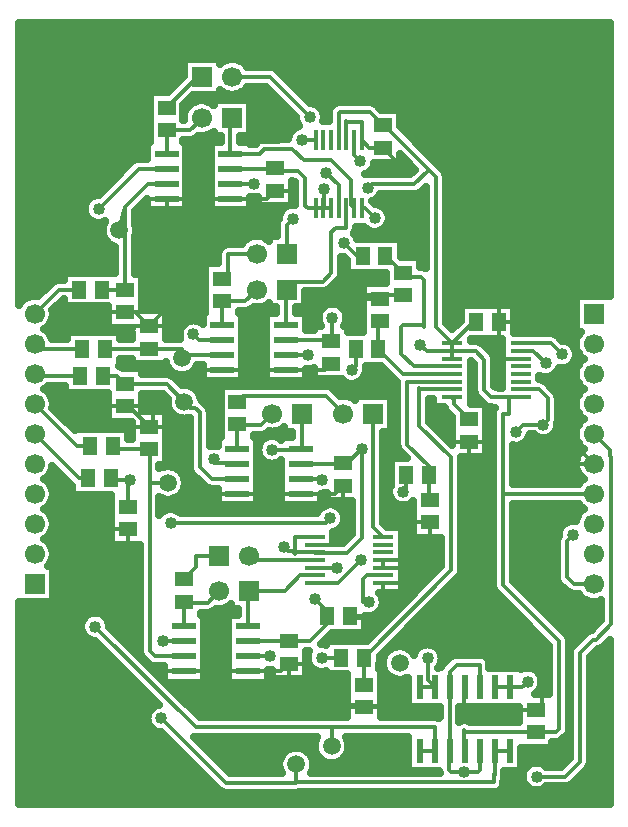
<source format=gbr>
G04 DipTrace 3.0.0.2*
G04 Top.gbr*
%MOMM*%
G04 #@! TF.FileFunction,Copper,L1,Top*
G04 #@! TF.Part,Single*
G04 #@! TA.AperFunction,CopperBalancing*
%ADD13C,0.33*%
%ADD14C,0.635*%
%ADD15R,2.0X0.6*%
%ADD16R,1.3X1.5*%
%ADD17R,1.5X1.3*%
G04 #@! TA.AperFunction,ComponentPad*
%ADD18R,1.7X1.7*%
%ADD19C,1.7*%
%ADD20C,1.5*%
%ADD21R,0.6X2.0*%
%ADD22R,0.4X1.8*%
%ADD23R,1.8X0.4*%
G04 #@! TA.AperFunction,ViaPad*
%ADD24C,1.016*%
%FSLAX35Y35*%
G04*
G71*
G90*
G75*
G01*
G04 Top*
%LPD*%
X2200000Y4290000D2*
D13*
X2030000Y4460000D1*
X2000000D1*
X2200000Y5140000D2*
X2080000Y5260000D1*
X2000000D1*
X3267827Y6288030D2*
X3198797Y6219000D1*
X2890000D1*
X3741933Y4821727D2*
X3689207Y4769000D1*
X3361250D1*
X3846800Y3788030D2*
X3777770Y3719000D1*
X3488923D1*
X3387113Y2281413D2*
X3322073Y2216373D1*
X3037217D1*
X4157980Y5371500D2*
X4187510Y5401030D1*
X4349517D1*
X4872283Y2081447D2*
X4870430Y2079593D1*
Y1892350D1*
X4872053Y1893973D1*
X5474157D1*
X3037217Y2216373D2*
X2497217D1*
X2948923Y3719000D2*
X3488923D1*
X2821250Y4769000D2*
X3144110D1*
X3361250D1*
X4022900Y1915413D2*
X4005340Y1932973D1*
X3521780D1*
X3387113Y2067640D1*
Y2281413D1*
X5162180Y5177247D2*
X5163687Y5175740D1*
Y4864317D1*
X5346720D1*
X5968000Y3973000D2*
X5844217Y4096783D1*
X5464557D1*
X5081677Y4147260D2*
X5068443Y4160493D1*
X4911353D1*
X2200000Y5140000D2*
X2350000Y5290000D1*
Y6219000D1*
X2890000D2*
X2350000D1*
X3144110Y4769000D2*
X3117123Y4795987D1*
Y4820920D1*
X2350000Y5290000D2*
X2353363Y5286637D1*
X2480170D1*
X2200000Y4290000D2*
X2310977D1*
X2346227Y4254750D1*
Y4097693D1*
X2724920Y3719000D1*
X2948923D1*
X5474157Y1893973D2*
X5530063Y1949880D1*
Y2443247D1*
X4911353Y3061957D1*
Y3334083D1*
Y3360417D1*
Y4160493D1*
X4022900Y1915413D2*
X4031770Y1924283D1*
X4186347D1*
Y2380990D1*
X4870827Y3065470D1*
X4907840D1*
X4911353Y3061957D1*
X2497217Y2216373D2*
X2496783Y2215940D1*
X2285263D1*
X2021777Y2479427D1*
Y3421840D1*
X4157980Y5371500D2*
X4125223Y5404257D1*
X3936047D1*
X5321617Y5114593D2*
X5258963Y5177247D1*
X5162180D1*
X2200000Y4290000D2*
X2232727Y4322727D1*
Y4482553D1*
X4876890Y3334083D2*
X4911353D1*
X4569667Y3320917D2*
X4579187Y3330437D1*
Y3481210D1*
X4876890Y3334083D2*
X4903223Y3360417D1*
X4911353D1*
X4183383Y3094343D2*
Y3159343D1*
Y2964343D2*
X4186277Y2967237D1*
X4357933D1*
Y3078277D1*
X4341867Y3094343D1*
X4183383D1*
X3603383Y3289343D2*
X3604737Y3290697D1*
X3817223D1*
X3846800Y3320273D1*
Y3788030D1*
X4569667Y3320917D2*
X4357933Y3109183D1*
Y3078277D1*
X3870697Y6715980D2*
X3871077Y6716360D1*
Y6879937D1*
X3883927Y6867087D1*
X4006017D1*
X4000697Y6861767D1*
Y6715980D1*
X4066073Y6650603D1*
X4179497D1*
X4337703Y6492397D1*
X4357880D1*
X4744900Y6500377D2*
X4788790Y6456487D1*
Y5498913D1*
X4904497Y5383207D1*
X5135910D1*
X5162180Y5356937D1*
Y5177247D1*
X3900410Y2687610D2*
X3920463Y2667557D1*
X4153240D1*
X4183383Y2697700D1*
Y2964343D1*
X4745283Y2081447D2*
Y1541447D1*
X4741913Y1538077D1*
Y1384717D1*
X4761193Y1365437D1*
X4870907D1*
X4986093D1*
X4999283Y1378627D1*
Y1541447D1*
Y2081447D2*
Y2274270D1*
X4805870D1*
X4745283Y2213683D1*
Y2081447D1*
X4871667Y1366197D2*
X4870907Y1365437D1*
X5968000Y4227000D2*
X6103600Y4091400D1*
Y4042623D1*
X6114223Y4032000D1*
Y2614087D1*
X5986770Y2486633D1*
X5960220D1*
X5848697Y2375110D1*
Y1451077D1*
X5724317Y1326697D1*
X5481723D1*
X3371250Y5450000D2*
X3361250Y5440000D1*
Y5150000D1*
X3371250Y5450000D2*
X3438927Y5517677D1*
X3671877D1*
X3742560Y5588360D1*
Y5935350D1*
X3781117Y5973907D1*
X3864653D1*
X3870697Y5979950D1*
Y6135980D1*
X3267827Y6478030D2*
X3262797Y6473000D1*
X2890000D1*
X3741933Y5011727D2*
X3730660Y5023000D1*
X3361250D1*
X3846800Y3978030D2*
X3841770Y3973000D1*
X3488923D1*
X3387113Y2471413D2*
X3386073Y2470373D1*
X3037217D1*
X4766720Y4864317D2*
Y4929317D1*
Y4994317D2*
Y4929317D1*
X5346740Y4539317D2*
X5343283Y4535860D1*
X5234267D1*
X5100330D1*
X5038887Y4597303D1*
Y4856250D1*
X4965820Y4929317D1*
X4766720D1*
X4497300Y4983067D2*
X4551050Y4929317D1*
X4766720D1*
X3741933Y5011727D2*
X3753823Y5023617D1*
Y5211420D1*
X4003417Y4101517D2*
X3879930Y3978030D1*
X3846800D1*
X4766720Y4994317D2*
X4628593Y5132443D1*
Y6404970D1*
X4559443Y6474120D1*
X4192960Y6840603D1*
X4179497D1*
X4766720Y4994317D2*
X4949650Y5177247D1*
X4972180D1*
X3710410Y2687610D2*
Y2620417D1*
X3561407Y2471413D1*
X3387113D1*
X4872283Y1541447D2*
X4870430Y1543300D1*
Y1718853D1*
X4885310Y1703973D1*
X5474157D1*
X5234267Y4535860D2*
X5244807Y4525320D1*
Y4394470D1*
X5196530D1*
Y3719000D1*
Y2948140D1*
X5674477Y2470193D1*
Y1731543D1*
X5646907Y1703973D1*
X5474157D1*
X5968000Y3719000D2*
X5196530D1*
X3603383Y3354343D2*
X3599440Y3358287D1*
X3436127D1*
Y3214790D1*
X3412423Y3238493D1*
X3426573Y3224343D1*
X3603383D1*
X3604620Y3223107D1*
X3879983D1*
X4003417Y3346540D1*
Y4101517D1*
X3740697Y6135980D2*
X3675697D1*
X3610697D1*
X3267827Y6478030D2*
X3290020Y6455837D1*
X3466257D1*
X3524087Y6398007D1*
Y6160253D1*
X3548360Y6135980D1*
X3610697D1*
X4179497Y6840603D2*
X4069477Y6950623D1*
X3986737D1*
X3980313Y6957047D1*
X3819670D1*
X3805697Y6943073D1*
Y6715980D1*
X3346197Y3272017D2*
X3379720Y3238493D1*
X3412423D1*
X3607813Y2830543D2*
X3710410Y2727943D1*
Y2687610D1*
X3675697Y6135980D2*
X3684787Y6145070D1*
Y6297587D1*
X4051697Y6307240D2*
X4085490Y6341037D1*
X4447573D1*
X4559443Y6452907D1*
Y6474120D1*
X5697150Y4899807D2*
X5602640Y4994317D1*
X5346720D1*
X5787813Y3371653D2*
X5739637Y3323477D1*
Y3014563D1*
X5797200Y2957000D1*
X5968000D1*
X4060460Y2801040D2*
X4016583D1*
Y3002227D1*
X4043700Y3029343D1*
X4183383D1*
X3990217Y6533930D2*
X3935697Y6588450D1*
Y6715980D1*
X5559077Y4825460D2*
X5455220Y4929317D1*
X5346720D1*
X3995863Y3157380D2*
X3802827Y2964343D1*
X3603403D1*
X4112543Y6055060D2*
X4031603Y6136000D1*
X4000697D1*
X3700743Y6439857D2*
X3805697Y6334903D1*
Y6135980D1*
X3562640Y6912067D2*
X3224707Y7250000D1*
X2904000D1*
X4183383Y3354343D2*
X4098923Y3438803D1*
Y4400000D1*
X2350000Y6600000D2*
Y6800000D1*
X2550000D1*
X2646000Y6896000D1*
Y6900000D1*
X2350000Y6990000D2*
X2610000Y7250000D1*
X2650000D1*
X2821250Y5350000D2*
Y5150000D1*
X3117250Y5450000D2*
X3017250Y5350000D1*
X2821250D1*
X2900000Y6900000D2*
X2890000Y6890000D1*
Y6600000D1*
X3935697Y6135980D2*
X3909630Y6162047D1*
Y6378730D1*
X3742560Y6545800D1*
X3511233D1*
X3414847Y6642187D1*
X3324887D1*
X3318460Y6635760D1*
X3177097D1*
X3141337Y6600000D1*
X2890000D1*
X4491283Y1541447D2*
X4618283D1*
X1774000Y6132350D2*
X2114650Y6473000D1*
X2350000D1*
X1745380Y2594617D2*
X2596040Y1743957D1*
X3746673D1*
X4618283D1*
Y1541447D1*
X3746673Y1582890D2*
Y1743957D1*
X5126283Y1541447D2*
X5253283D1*
X2322530Y2474117D2*
X2326273Y2470373D1*
X2497217D1*
X2305853Y1818940D2*
X2852320Y1272473D1*
X3447107D1*
Y1276863D1*
X5117920D1*
Y1351863D1*
X5126283Y1343500D1*
Y1541447D1*
X3447107Y1429163D2*
Y1276863D1*
X5253283Y2081447D2*
X5126283D1*
X2948923Y3973000D2*
X2943627Y3978297D1*
X2747217D1*
Y4011093D1*
X5406873Y2129023D2*
X5359297Y2081447D1*
X5253283D1*
X4618283D2*
X4491283D1*
X4618283D2*
X4560057Y2139673D1*
Y2327227D1*
X2577113Y5069693D2*
X2623807Y5023000D1*
X2821250D1*
X2000000Y5450000D2*
X1800000D1*
X2350000Y6346000D2*
X2196000D1*
X2000000Y6150000D1*
Y5450000D1*
X1950000Y5950000D2*
X2000000Y6150000D1*
X1826553Y4944690D2*
X2200000D1*
Y4950000D1*
X2479900D1*
Y4868217D1*
X2507683Y4896000D1*
X2821250D1*
X1232000Y4735000D2*
X1248863Y4718137D1*
X1620620D1*
X1893230Y4123447D2*
X1916677Y4100000D1*
X2200000D1*
X2497217Y2343373D2*
X2253200D1*
X2205403Y2391170D1*
Y3812800D1*
Y4100000D1*
X2200000D1*
X2361393Y3812800D2*
X2205403D1*
X3488923Y4100000D2*
X3498923Y4110000D1*
Y4400000D1*
X3793083Y3087930D2*
X3786670Y3094343D1*
X3603383D1*
X3488923Y4100000D2*
X3481030Y4092107D1*
X3242720D1*
X3047217Y2897373D2*
X3037217Y2887373D1*
Y2597373D1*
X3047217Y2897373D2*
X3350350D1*
X3482320Y3029343D1*
X3603383D1*
X3051217Y3197373D2*
X3089247Y3159343D1*
X3603383D1*
X2948923Y4500000D2*
X2998923Y4550000D1*
X3698923D1*
X3844923Y4404000D1*
Y4400000D1*
X3421273Y6051017D2*
X3367623Y5997367D1*
Y5750780D1*
X3610697Y6715980D2*
X3607383Y6719293D1*
X3498383D1*
X2497217Y2997373D2*
X2597217Y3097373D1*
Y3197373D1*
X2797217D1*
X4349517Y5591030D2*
X4206673Y5733873D1*
X4202147D1*
X4349517Y5591030D2*
X4386337Y5554210D1*
X4504007D1*
X4529710Y5528507D1*
Y5136537D1*
X4516860Y5149387D1*
X4349787D1*
X4336937Y5136537D1*
Y4905210D1*
X4442830Y4799317D1*
X4766720D1*
X4157980Y5181500D2*
X4141650Y5165170D1*
Y4944627D1*
X4351960Y4734317D1*
X4766720D1*
X3663370Y3839673D2*
X3657043Y3846000D1*
X3488923D1*
X4353263Y3739803D2*
X4378937Y3765477D1*
Y3877330D1*
X3037217Y2343373D2*
X3039733Y2345890D1*
X3224450D1*
X3830010Y2333620D2*
X3828240Y2331850D1*
X3661293D1*
X2821250Y5540000D2*
X2871250Y5590000D1*
Y5750780D1*
X3113623D1*
X2948923Y4100000D2*
Y4310000D1*
X2958923Y4300000D1*
X3148923D1*
X3244923Y4396000D1*
Y4400000D1*
X2497217Y2597373D2*
Y2807373D1*
X2507217Y2797373D1*
X2697217D1*
X2793217Y2893373D1*
Y2897373D1*
X4020010Y2333620D2*
X4022900Y2330730D1*
Y2105413D1*
X4020010Y2333620D2*
X4759833Y3073443D1*
Y4027710D1*
X4489950Y4297593D1*
Y4612457D1*
X4498090Y4604317D1*
X4766720D1*
X4579187Y3671210D2*
X4568937Y3681460D1*
Y3877330D1*
X4766720Y4669317D2*
X4765750Y4670287D1*
X4387140D1*
Y4136947D1*
X4568937Y3955150D1*
Y3877330D1*
X2890000Y6346000D2*
X3090153Y6345680D1*
X3850133Y5843920D2*
X3960180Y5733873D1*
X4012147D1*
X3361250Y4896000D2*
X3364247Y4893003D1*
X3549787D1*
X3917263Y4769623D2*
X3951650Y4804010D1*
Y4944627D1*
X1232000Y4481000D2*
X1589553Y4123447D1*
X1703230D1*
X2000000Y4650000D2*
X1931863Y4718137D1*
X1810620D1*
X2000000Y4650000D2*
X2350000D1*
X2500000Y4500000D1*
X2550000Y4450000D1*
X2593310D1*
X2631507Y4411803D1*
Y3945597D1*
X2731103Y3846000D1*
X2948923D1*
X1232000Y4989000D2*
X1276310Y4944690D1*
X1636553D1*
X1232000Y5243000D2*
X1439000Y5450000D1*
X1610000D1*
X1232000Y4227000D2*
X1608637Y3850363D1*
X1685287D1*
X1875287D2*
X1886313Y3839337D1*
X2037793D1*
X2021777Y3823320D1*
Y3611840D1*
X5539610Y4306500D2*
X5577760Y4344650D1*
Y4530943D1*
X5504387Y4604317D1*
X5346720D1*
X5308623Y4244443D2*
X5370680Y4306500D1*
X5539610D1*
X3735893Y3512067D2*
X3695567Y3471743D1*
X2384347D1*
X4911353Y4350493D2*
X4782413Y4479433D1*
Y4517780D1*
X4766720Y4533473D1*
Y4539317D1*
D24*
X3549787Y4893003D3*
X3917263Y4769623D3*
X3663370Y3839673D3*
X3224450Y2345890D3*
X3090153Y6345680D3*
X4353263Y3739803D3*
X3661293Y2331850D3*
X3850133Y5843920D3*
X1774000Y6132350D3*
X1745380Y2594617D3*
X2322530Y2474117D3*
X2305853Y1818940D3*
X2747217Y4011093D3*
X5406873Y2129023D3*
X2577113Y5069693D3*
X4560057Y2327227D3*
X2037793Y3839337D3*
X3753823Y5211420D3*
X4003417Y4101517D3*
X4497300Y4983067D3*
X4060460Y2801040D3*
X3995863Y3157380D3*
X5464557Y4096783D3*
X5081677Y4147260D3*
X5697150Y4899807D3*
X5559077Y4825460D3*
X5787813Y3371653D3*
X3990217Y6533930D3*
X4112543Y6055060D3*
X3117123Y4820920D3*
X2480170Y5286637D3*
X4871667Y1366197D3*
X5481723Y1326697D3*
X3936047Y5404257D3*
X5321617Y5114593D3*
X2232727Y4482553D3*
X3700743Y6439857D3*
X3562640Y6912067D3*
X4569667Y3320917D3*
X4876890Y3334083D3*
X5539610Y4306500D3*
X5308623Y4244443D3*
X2384347Y3471743D3*
X3735893Y3512067D3*
X3242720Y4092107D3*
X3793083Y3087930D3*
X3421273Y6051017D3*
X3498383Y6719293D3*
X3346197Y3272017D3*
X3607813Y2830543D3*
X4357880Y6492397D3*
X4744900Y6500377D3*
X3684787Y6297587D3*
X4051697Y6307240D3*
X4391237Y6011333D3*
X4048887Y1504893D3*
X3324473Y6886247D3*
X1104100Y7639083D2*
D14*
X6095933D1*
X1104100Y7575917D2*
X6095933D1*
X1104100Y7512750D2*
X6095933D1*
X1104100Y7449583D2*
X6095933D1*
X1104100Y7386417D2*
X2491313D1*
X2978033D2*
X6095933D1*
X1104100Y7323250D2*
X2491313D1*
X3271720D2*
X6095933D1*
X1104100Y7260083D2*
X2491313D1*
X3339437D2*
X6095933D1*
X1104100Y7196917D2*
X2432157D1*
X3402563D2*
X6095933D1*
X1104100Y7133750D2*
X2368903D1*
X3008667D2*
X3216107D1*
X3465817D2*
X6095933D1*
X1104100Y7070583D2*
X2201347D1*
X2555360D2*
X3279360D1*
X3528943D2*
X6095933D1*
X1104100Y7007417D2*
X2201347D1*
X2498680D2*
X2531747D1*
X3058647D2*
X3342487D1*
X3638703D2*
X3745190D1*
X4137527D2*
X6095933D1*
X1104100Y6944250D2*
X2201347D1*
X3058647D2*
X3405617D1*
X3682610D2*
X3715680D1*
X4328150D2*
X6095933D1*
X1104100Y6881083D2*
X2201347D1*
X3058647D2*
X3442327D1*
X3682980D2*
X3715530D1*
X4328150D2*
X6095933D1*
X1104100Y6817917D2*
X2201347D1*
X3058647D2*
X3427070D1*
X4340430D2*
X6095933D1*
X1104100Y6754750D2*
X2201347D1*
X2698110D2*
X2741397D1*
X3058647D2*
X3379447D1*
X4403557D2*
X6095933D1*
X1104100Y6691583D2*
X2176420D1*
X2523610D2*
X2716417D1*
X3063607D2*
X3108083D1*
X4466810D2*
X6095933D1*
X1104100Y6628417D2*
X2176420D1*
X2523610D2*
X2716417D1*
X4529937D2*
X6095933D1*
X1104100Y6565250D2*
X2176420D1*
X2523610D2*
X2716417D1*
X4593067D2*
X6095933D1*
X1104100Y6502083D2*
X2018910D1*
X2523610D2*
X2716417D1*
X4110243D2*
X4406733D1*
X4656317D2*
X6095933D1*
X1104100Y6438917D2*
X1955780D1*
X2523610D2*
X2716417D1*
X4066710D2*
X4420623D1*
X4711507D2*
X6095933D1*
X1104100Y6375750D2*
X1892653D1*
X2523610D2*
X2716417D1*
X4718700D2*
X6095933D1*
X1104100Y6312583D2*
X1829400D1*
X2523610D2*
X2716417D1*
X4718700D2*
X6095933D1*
X1104100Y6249417D2*
X1752133D1*
X2523610D2*
X2716417D1*
X4160967D2*
X4538447D1*
X4718700D2*
X6095933D1*
X1104100Y6186250D2*
X1662590D1*
X2523610D2*
X2716417D1*
X3063607D2*
X3119247D1*
X4106150D2*
X4538447D1*
X4718700D2*
X6095933D1*
X1104100Y6123083D2*
X1649940D1*
X2097837D2*
X2176420D1*
X2523610D2*
X2716417D1*
X3063607D2*
X3321403D1*
X4215413D2*
X4538447D1*
X4718700D2*
X6095933D1*
X1104100Y6059917D2*
X1674373D1*
X2090150D2*
X3297220D1*
X4236870D2*
X4538447D1*
X4718700D2*
X6095933D1*
X1104100Y5996750D2*
X1809310D1*
X2090770D2*
X3277500D1*
X4221617D2*
X4538447D1*
X4718700D2*
X6095933D1*
X1104100Y5933583D2*
X1802363D1*
X2097713D2*
X3277500D1*
X3946780D2*
X4538447D1*
X4718700D2*
X6095933D1*
X1104100Y5870417D2*
X1825680D1*
X2090150D2*
X3013080D1*
X4340800D2*
X4538447D1*
X4718700D2*
X6095933D1*
X1104100Y5807250D2*
X1909893D1*
X2090150D2*
X2802987D1*
X4340800D2*
X4538447D1*
X4718700D2*
X6095933D1*
X1104100Y5744083D2*
X1909893D1*
X2090150D2*
X2781157D1*
X4340800D2*
X4538447D1*
X4718700D2*
X6095933D1*
X1104100Y5680917D2*
X1909893D1*
X2090150D2*
X2781157D1*
X3832677D2*
X3873557D1*
X4498187D2*
X4538447D1*
X4718700D2*
X6095933D1*
X1104100Y5617750D2*
X1909893D1*
X2090150D2*
X2672637D1*
X3832677D2*
X3873557D1*
X4718700D2*
X6095933D1*
X1104100Y5554583D2*
X1471347D1*
X2148687D2*
X2672637D1*
X3825607D2*
X4200853D1*
X4718700D2*
X6095933D1*
X1104100Y5491417D2*
X1355633D1*
X2148687D2*
X2672637D1*
X3770417D2*
X4009360D1*
X4718700D2*
X6095933D1*
X1104100Y5428250D2*
X1292503D1*
X2148687D2*
X2672637D1*
X3529937D2*
X4009360D1*
X4718700D2*
X6095933D1*
X2148687Y5365083D2*
X2672637D1*
X3529937D2*
X4009360D1*
X4718700D2*
X5809313D1*
X1415710Y5301917D2*
X1851353D1*
X2148687D2*
X2672637D1*
X3159107D2*
X3212633D1*
X3529937D2*
X3671647D1*
X3836027D2*
X4009360D1*
X4718700D2*
X4833497D1*
X5300867D2*
X5809313D1*
X1390533Y5238750D2*
X1851353D1*
X2348613D2*
X2647583D1*
X2994900D2*
X3187583D1*
X3534897D2*
X3632577D1*
X3875093D2*
X4009360D1*
X4718700D2*
X4833497D1*
X5300867D2*
X5809313D1*
X1374907Y5175583D2*
X1851353D1*
X2348613D2*
X2518477D1*
X2994900D2*
X3187583D1*
X3534897D2*
X3634933D1*
X3872737D2*
X4009360D1*
X4718700D2*
X4823203D1*
X5300867D2*
X5809313D1*
X1327527Y5112417D2*
X2051403D1*
X2348613D2*
X2460680D1*
X2994900D2*
X3187583D1*
X3534897D2*
X3593263D1*
X3890597D2*
X4009360D1*
X5300867D2*
X5809313D1*
X1378253Y5049250D2*
X1497887D1*
X1965133D2*
X2051403D1*
X2348613D2*
X2454480D1*
X2994900D2*
X3187583D1*
X5672567D2*
X5821840D1*
X2994900Y4986083D2*
X3187583D1*
X5033843D2*
X5183120D1*
X2994900Y4922917D2*
X3187583D1*
X5096973D2*
X5183120D1*
X1965133Y4859750D2*
X2051403D1*
X2994900D2*
X3187583D1*
X5128970D2*
X5183120D1*
X5814573D2*
X5874303D1*
X1967613Y4796583D2*
X2350547D1*
X2609187D2*
X2647583D1*
X2994900D2*
X3187583D1*
X4041410D2*
X4164887D1*
X5128970D2*
X5183120D1*
X5760870D2*
X5822337D1*
X2363867Y4733417D2*
X2427940D1*
X2531797D2*
X2647583D1*
X2994900D2*
X3187583D1*
X3534897D2*
X3593263D1*
X4036077D2*
X4228013D1*
X5128970D2*
X5183120D1*
X5639450D2*
X5809313D1*
X2454530Y4670250D2*
X3847140D1*
X3987460D2*
X4291640D1*
X5128970D2*
X5183120D1*
X5562433D2*
X5823823D1*
X1323807Y4607083D2*
X1482013D1*
X2600010D2*
X2800257D1*
X3766697D2*
X4296973D1*
X5626430D2*
X5876287D1*
X1377013Y4543917D2*
X1851353D1*
X2148687D2*
X2331323D1*
X2641680D2*
X2800257D1*
X3901013D2*
X3940263D1*
X4257583D2*
X4297007D1*
X4930410D2*
X4967940D1*
X5666860D2*
X5822957D1*
X1390657Y4480750D2*
X1851353D1*
X2148687D2*
X2352657D1*
X2687320D2*
X2800257D1*
X4257583D2*
X4297007D1*
X5667853D2*
X5809313D1*
X1420173Y4417583D2*
X1851353D1*
X2721427D2*
X2800257D1*
X4257583D2*
X4297007D1*
X4580043D2*
X4719520D1*
X5060013D2*
X5109697D1*
X5667853D2*
X5823203D1*
X1483427Y4354417D2*
X1851353D1*
X2348613D2*
X2541420D1*
X2721550D2*
X2800257D1*
X4257583D2*
X4297007D1*
X4580043D2*
X4762680D1*
X5060013D2*
X5106473D1*
X5667853D2*
X5877030D1*
X1546553Y4291250D2*
X2051403D1*
X2348613D2*
X2541420D1*
X2721550D2*
X2800257D1*
X4257583D2*
X4297007D1*
X4621093D2*
X4762680D1*
X5060013D2*
X5106473D1*
X5663017D2*
X5823577D1*
X2348613Y4228083D2*
X2541420D1*
X2721550D2*
X2800257D1*
X3198173D2*
X3408840D1*
X4188997D2*
X4296973D1*
X4684223D2*
X4762680D1*
X5060013D2*
X5106473D1*
X5634243D2*
X5809313D1*
X2348613Y4164917D2*
X2541420D1*
X2721550D2*
X2775327D1*
X4188997D2*
X4296973D1*
X5060013D2*
X5106473D1*
X5402317D2*
X5822583D1*
X2348613Y4101750D2*
X2541420D1*
X4188997D2*
X4304787D1*
X5060013D2*
X5106473D1*
X5286603D2*
X5875047D1*
X2348613Y4038583D2*
X2541420D1*
X4188997D2*
X4360720D1*
X5060013D2*
X5106473D1*
X5286603D2*
X5824197D1*
X2348613Y3975417D2*
X2541420D1*
X3122520D2*
X3218217D1*
X3267253D2*
X3315327D1*
X4188997D2*
X4240293D1*
X4849917D2*
X5106473D1*
X5286603D2*
X5809437D1*
X1378007Y3912250D2*
X1421983D1*
X2469537D2*
X2548367D1*
X3122520D2*
X3315327D1*
X4188997D2*
X4240293D1*
X4849917D2*
X5106473D1*
X5286603D2*
X5821963D1*
X1326907Y3849083D2*
X1485113D1*
X2505380D2*
X2603183D1*
X3122520D2*
X3315327D1*
X4188997D2*
X4240293D1*
X4849917D2*
X5106473D1*
X5286603D2*
X5873187D1*
X1375153Y3785917D2*
X1546627D1*
X2507487D2*
X2666437D1*
X3122520D2*
X3315327D1*
X4188997D2*
X4238183D1*
X4849917D2*
X5106473D1*
X1390533Y3722750D2*
X1546627D1*
X2477970D2*
X2775327D1*
X3122520D2*
X3315327D1*
X4188997D2*
X4229977D1*
X4849917D2*
X5106473D1*
X1378627Y3659583D2*
X1873183D1*
X2295530D2*
X2775327D1*
X3122520D2*
X3315327D1*
X3662517D2*
X3698187D1*
X4188997D2*
X4260260D1*
X4849917D2*
X5106473D1*
X1328770Y3596417D2*
X1873183D1*
X2295530D2*
X3646840D1*
X3824863D2*
X3913367D1*
X4188997D2*
X4430547D1*
X4849917D2*
X5106473D1*
X5286603D2*
X5871327D1*
X1374533Y3533250D2*
X1873183D1*
X3858473D2*
X3913367D1*
X4188997D2*
X4430547D1*
X4849917D2*
X5106473D1*
X5286603D2*
X5825560D1*
X1390533Y3470083D2*
X1873183D1*
X3852647D2*
X3913367D1*
X4192470D2*
X4430547D1*
X4849917D2*
X5106473D1*
X5286603D2*
X5716173D1*
X1379123Y3406917D2*
X1873183D1*
X3795967D2*
X3913367D1*
X4347003D2*
X4430547D1*
X4849917D2*
X5106473D1*
X5286603D2*
X5668797D1*
X1330503Y3343750D2*
X1873183D1*
X3767070D2*
X3875787D1*
X4347003D2*
X4669787D1*
X4849917D2*
X5106473D1*
X5286603D2*
X5652053D1*
X1373790Y3280583D2*
X2115277D1*
X4347003D2*
X4669787D1*
X4849917D2*
X5106473D1*
X5286603D2*
X5649570D1*
X1390533Y3217417D2*
X2115277D1*
X4347003D2*
X4669787D1*
X4849917D2*
X5106473D1*
X5286603D2*
X5649570D1*
X1379617Y3154250D2*
X2115277D1*
X4347003D2*
X4669787D1*
X4849917D2*
X5106473D1*
X5286603D2*
X5649570D1*
X1390657Y3091083D2*
X2115277D1*
X4347003D2*
X4652670D1*
X4849917D2*
X5106473D1*
X5286603D2*
X5649570D1*
X1390657Y3027917D2*
X2115277D1*
X4347003D2*
X4589543D1*
X4836523D2*
X5106473D1*
X5286603D2*
X5649570D1*
X1390657Y2964750D2*
X2115277D1*
X4347003D2*
X4526290D1*
X4776000D2*
X5106473D1*
X5304713D2*
X5665943D1*
X1390657Y2901583D2*
X2115277D1*
X4347003D2*
X4463163D1*
X4712747D2*
X5120610D1*
X5367840D2*
X5727830D1*
X1390657Y2838417D2*
X2115277D1*
X4178827D2*
X4400037D1*
X4649620D2*
X5181507D1*
X5431093D2*
X5866117D1*
X1104100Y2775250D2*
X2115277D1*
X4182050D2*
X4336783D1*
X4586493D2*
X5244633D1*
X5494220D2*
X6024123D1*
X1104100Y2712083D2*
X2115277D1*
X2645897D2*
X2947100D1*
X4144473D2*
X4273657D1*
X4523240D2*
X5307763D1*
X5557347D2*
X6024123D1*
X1104100Y2648917D2*
X1634190D1*
X1856613D2*
X2115277D1*
X2670827D2*
X2863633D1*
X4039053D2*
X4210527D1*
X4460113D2*
X5371013D1*
X5620600D2*
X6024123D1*
X1104100Y2585750D2*
X1621290D1*
X1879060D2*
X2115277D1*
X2670827D2*
X2863633D1*
X4039053D2*
X4147400D1*
X4396983D2*
X5434143D1*
X5683727D2*
X5961117D1*
X1104100Y2522583D2*
X1645473D1*
X1942190D2*
X2115277D1*
X2670827D2*
X2863633D1*
X3737427D2*
X4084147D1*
X4333733D2*
X5497270D1*
X5746237D2*
X5871327D1*
X1104100Y2459417D2*
X1755730D1*
X2005440D2*
X2115277D1*
X2670827D2*
X2863633D1*
X4270603D2*
X5560400D1*
X5764590D2*
X5808197D1*
X1104100Y2396250D2*
X1818983D1*
X2068567D2*
X2115277D1*
X2670827D2*
X2863633D1*
X4422037D2*
X4457830D1*
X4662270D2*
X5584337D1*
X5994653D2*
X6095933D1*
X1104100Y2333083D2*
X1882110D1*
X2670827D2*
X2863633D1*
X4684347D2*
X4739860D1*
X5065223D2*
X5584337D1*
X5938843D2*
X6095933D1*
X1104100Y2269917D2*
X1945240D1*
X2670827D2*
X2863633D1*
X5089407D2*
X5584337D1*
X5938843D2*
X6095933D1*
X1104100Y2206750D2*
X2008490D1*
X2258077D2*
X2323633D1*
X2670827D2*
X2863633D1*
X3535767D2*
X3691367D1*
X5502157D2*
X5584337D1*
X5938843D2*
X6095933D1*
X1104100Y2143583D2*
X2071620D1*
X2670827D2*
X2863633D1*
X3210823D2*
X3874300D1*
X4171510D2*
X4387633D1*
X5530433D2*
X5584337D1*
X5938843D2*
X6095933D1*
X1104100Y2080417D2*
X2134747D1*
X2384333D2*
X3874300D1*
X4171510D2*
X4387633D1*
X5520883D2*
X5584337D1*
X5938843D2*
X6095933D1*
X1104100Y2017250D2*
X2198000D1*
X2447583D2*
X3874300D1*
X4171510D2*
X4387633D1*
X5938843D2*
X6095933D1*
X1104100Y1954083D2*
X2261127D1*
X2510713D2*
X3874300D1*
X4171510D2*
X4387633D1*
X5938843D2*
X6095933D1*
X1104100Y1890917D2*
X2205937D1*
X2573840D2*
X3874300D1*
X4171510D2*
X4655150D1*
X4835407D2*
X5325497D1*
X5938843D2*
X6095933D1*
X1104100Y1827750D2*
X2181753D1*
X2637093D2*
X3874300D1*
X4171510D2*
X4655150D1*
X4835407D2*
X5325497D1*
X5938843D2*
X6095933D1*
X1104100Y1764583D2*
X2194650D1*
X5938843D2*
X6095933D1*
X1104100Y1701417D2*
X2287917D1*
X5938843D2*
X6095933D1*
X1104100Y1638250D2*
X2361710D1*
X2611293D2*
X3609263D1*
X3884147D2*
X4387633D1*
X5705183D2*
X5758587D1*
X5938843D2*
X6095933D1*
X1104100Y1575083D2*
X2424963D1*
X2674547D2*
X3598223D1*
X3895060D2*
X4387633D1*
X5622833D2*
X5758587D1*
X5938843D2*
X6095933D1*
X1104100Y1511917D2*
X2488090D1*
X2737673D2*
X3325000D1*
X3569253D2*
X3616950D1*
X3876333D2*
X4387633D1*
X5356927D2*
X5758587D1*
X5938843D2*
X6095933D1*
X1104100Y1448750D2*
X2551217D1*
X2800803D2*
X3299823D1*
X3594430D2*
X3692853D1*
X3800430D2*
X4387633D1*
X5356927D2*
X5721630D1*
X5938720D2*
X6095933D1*
X1104100Y1385583D2*
X2614470D1*
X2864053D2*
X3305280D1*
X3588847D2*
X4387633D1*
X5907963D2*
X6095933D1*
X1104100Y1322417D2*
X2677597D1*
X5213680D2*
X5357373D1*
X5844833D2*
X6095933D1*
X1104100Y1259250D2*
X2740727D1*
X5206113D2*
X5378457D1*
X5780343D2*
X6095933D1*
X1104100Y1196083D2*
X2811667D1*
X5146457D2*
X6095933D1*
X1104100Y1132917D2*
X6095933D1*
X2639613Y2694663D2*
X2664507D1*
Y2119083D1*
X2339343D1*
X2630830Y1827663D1*
X3880493Y1827747D1*
X3880610Y2191280D1*
X3697720Y2191330D1*
Y2219483D1*
X3679767Y2215213D1*
X3661293Y2213760D1*
X3642820Y2215213D1*
X3624800Y2219540D1*
X3607680Y2226630D1*
X3591883Y2236313D1*
X3577790Y2248347D1*
X3565757Y2262440D1*
X3556073Y2278237D1*
X3548983Y2295357D1*
X3544657Y2313377D1*
X3543203Y2331850D1*
X3544657Y2350323D1*
X3548983Y2368343D1*
X3557297Y2387643D1*
X3529283Y2387623D1*
X3529403Y2149123D1*
X3244823D1*
Y2229563D1*
X3224450Y2227800D1*
X3204520Y2229543D1*
X3204507Y2119083D1*
X2869927D1*
Y2694663D1*
X2953393D1*
X2953427Y2745087D1*
X2894927Y2745083D1*
Y2784150D1*
X2882730Y2774167D1*
X2862353Y2761683D1*
X2840277Y2752537D1*
X2817040Y2746957D1*
X2793217Y2745083D1*
X2769393Y2746957D1*
X2765957Y2747643D1*
X2746467Y2729587D1*
X2729283Y2719960D1*
X2710323Y2714613D1*
X2697217Y2713583D1*
X2639547D1*
X2329993Y2246083D2*
X2329927Y2259603D1*
X2246627Y2259840D1*
X2227307Y2263683D1*
X2209420Y2271930D1*
X2193950Y2284123D1*
X2193377Y2284747D1*
X2141690Y2336753D1*
X2130747Y2353130D1*
X2123927Y2371610D1*
X2121613Y2391170D1*
X2121647Y2392017D1*
X2121613Y3289473D1*
X1879487Y3289550D1*
Y3708123D1*
X1552997Y3708073D1*
Y3787820D1*
X1383377Y3957127D1*
X1380083Y3937450D1*
X1372697Y3914720D1*
X1361850Y3893430D1*
X1347803Y3874097D1*
X1330903Y3857197D1*
X1315960Y3846083D1*
X1330903Y3834803D1*
X1347803Y3817903D1*
X1361850Y3798570D1*
X1372697Y3777280D1*
X1380083Y3754550D1*
X1383820Y3730950D1*
Y3707050D1*
X1380083Y3683450D1*
X1372697Y3660720D1*
X1361850Y3639430D1*
X1347803Y3620097D1*
X1330903Y3603197D1*
X1315960Y3592083D1*
X1330903Y3580803D1*
X1347803Y3563903D1*
X1361850Y3544570D1*
X1372697Y3523280D1*
X1380083Y3500550D1*
X1383820Y3476950D1*
Y3453050D1*
X1380083Y3429450D1*
X1372697Y3406720D1*
X1361850Y3385430D1*
X1347803Y3366097D1*
X1330903Y3349197D1*
X1315960Y3338083D1*
X1330903Y3326803D1*
X1347803Y3309903D1*
X1361850Y3290570D1*
X1372697Y3269280D1*
X1380083Y3246550D1*
X1383820Y3222950D1*
Y3199050D1*
X1380083Y3175450D1*
X1372697Y3152720D1*
X1361850Y3131430D1*
X1347803Y3112097D1*
X1345233Y3109317D1*
X1384290Y3109290D1*
Y2804710D1*
X1097730D1*
X1097750Y1097750D1*
X6102250D1*
Y2483713D1*
X6041187Y2422920D1*
X6024810Y2411977D1*
X6006330Y2405157D1*
X5998883Y2403757D1*
X5974567Y2382483D1*
X5932383Y2340300D1*
X5932230Y1444503D1*
X5928387Y1425183D1*
X5920140Y1407297D1*
X5907947Y1391827D1*
X5907323Y1391253D1*
X5778733Y1262983D1*
X5762357Y1252040D1*
X5743877Y1245220D1*
X5724317Y1242907D1*
X5723470Y1242940D1*
X5564947Y1242907D1*
X5551133Y1231160D1*
X5535337Y1221477D1*
X5518217Y1214387D1*
X5500197Y1210060D1*
X5481723Y1208607D1*
X5463250Y1210060D1*
X5445230Y1214387D1*
X5428110Y1221477D1*
X5412313Y1231160D1*
X5398220Y1243193D1*
X5386187Y1257287D1*
X5376503Y1273083D1*
X5369413Y1290203D1*
X5365087Y1308223D1*
X5363633Y1326697D1*
X5365087Y1345170D1*
X5369413Y1363190D1*
X5376503Y1380310D1*
X5386187Y1396107D1*
X5398220Y1410200D1*
X5412313Y1422233D1*
X5428110Y1431917D1*
X5445230Y1439007D1*
X5463250Y1443333D1*
X5481723Y1444787D1*
X5500197Y1443333D1*
X5518217Y1439007D1*
X5535337Y1431917D1*
X5551133Y1422233D1*
X5564933Y1410470D1*
X5689710Y1410487D1*
X5764957Y1485833D1*
X5765163Y2381683D1*
X5769007Y2401003D1*
X5777253Y2418890D1*
X5789447Y2434360D1*
X5790070Y2434933D1*
X5905803Y2550347D1*
X5922180Y2561290D1*
X5940660Y2568110D1*
X5948107Y2569510D1*
X5972423Y2590783D1*
X6030390Y2648750D1*
X6030433Y2818107D1*
X6015060Y2812163D1*
X5991823Y2806583D1*
X5968000Y2804710D1*
X5944177Y2806583D1*
X5920940Y2812163D1*
X5898863Y2821310D1*
X5878487Y2833793D1*
X5860313Y2849313D1*
X5844793Y2867487D1*
X5840927Y2873273D1*
X5790627Y2873467D1*
X5771307Y2877310D1*
X5753420Y2885557D1*
X5737950Y2897750D1*
X5737377Y2898373D1*
X5675923Y2960147D1*
X5664980Y2976523D1*
X5658160Y2995003D1*
X5655847Y3014563D1*
X5655880Y3015410D1*
X5656103Y3330050D1*
X5659947Y3349370D1*
X5668193Y3367257D1*
X5668750Y3368090D1*
X5668193Y3367257D1*
X5669723Y3371653D1*
X5671177Y3390127D1*
X5675503Y3408147D1*
X5682593Y3425267D1*
X5692277Y3441063D1*
X5704310Y3455157D1*
X5718403Y3467190D1*
X5734200Y3476873D1*
X5751320Y3483963D1*
X5769340Y3488290D1*
X5787813Y3489743D1*
X5806287Y3488290D1*
X5817160Y3485980D1*
X5823163Y3512060D1*
X5832310Y3534137D1*
X5844793Y3554513D1*
X5860313Y3572687D1*
X5878487Y3588207D1*
X5884040Y3591917D1*
X5869097Y3603197D1*
X5852197Y3620097D1*
X5840927Y3635273D1*
X5280290Y3635210D1*
X5280320Y2982920D1*
X5738190Y2524610D1*
X5749133Y2508233D1*
X5755953Y2489753D1*
X5758267Y2470193D1*
X5758233Y2469347D1*
X5758010Y1724970D1*
X5754167Y1705650D1*
X5745920Y1687763D1*
X5733727Y1672293D1*
X5733103Y1671720D1*
X5701323Y1640260D1*
X5684947Y1629317D1*
X5666467Y1622497D1*
X5646907Y1620183D1*
X5646060Y1620217D1*
X5616520Y1620183D1*
X5616447Y1571683D1*
X5350620D1*
X5350573Y1374157D1*
X5210053D1*
X5209817Y1336927D1*
X5205973Y1317607D1*
X5203277Y1310523D1*
X5201453Y1270290D1*
X5197610Y1250970D1*
X5189363Y1233083D1*
X5177170Y1217613D1*
X5161700Y1205420D1*
X5143813Y1197173D1*
X5124493Y1193330D1*
X4832170Y1193073D1*
X3473000Y1192783D1*
X3453680Y1188940D1*
X2970857Y1188683D1*
X2845747Y1188940D1*
X2826427Y1192783D1*
X2808540Y1201030D1*
X2793070Y1213223D1*
X2792497Y1213847D1*
X2305383Y1700913D1*
X2287380Y1702303D1*
X2269360Y1706630D1*
X2252240Y1713720D1*
X2236443Y1723403D1*
X2222350Y1735437D1*
X2210317Y1749530D1*
X2200633Y1765327D1*
X2193543Y1782447D1*
X2189217Y1800467D1*
X2187763Y1818940D1*
X2189217Y1837413D1*
X2193543Y1855433D1*
X2200633Y1872553D1*
X2210317Y1888350D1*
X2222350Y1902443D1*
X2236443Y1914477D1*
X2252240Y1924160D1*
X2269360Y1931250D1*
X2286207Y1935343D1*
X1744967Y2476530D1*
X1726907Y2477980D1*
X1708887Y2482307D1*
X1691767Y2489397D1*
X1675970Y2499080D1*
X1661877Y2511113D1*
X1649843Y2525207D1*
X1640160Y2541003D1*
X1633070Y2558123D1*
X1628743Y2576143D1*
X1627290Y2594617D1*
X1628743Y2613090D1*
X1633070Y2631110D1*
X1640160Y2648230D1*
X1649843Y2664027D1*
X1661877Y2678120D1*
X1675970Y2690153D1*
X1691767Y2699837D1*
X1708887Y2706927D1*
X1726907Y2711253D1*
X1745380Y2712707D1*
X1763853Y2711253D1*
X1781873Y2706927D1*
X1798993Y2699837D1*
X1814790Y2690153D1*
X1828883Y2678120D1*
X1840917Y2664027D1*
X1850600Y2648230D1*
X1857690Y2631110D1*
X1862017Y2613090D1*
X1863453Y2595013D1*
X2329927Y2128533D1*
Y2258783D1*
X3091320Y4197290D2*
X3116213D1*
Y3621710D1*
X2781633D1*
Y3762227D1*
X2724530Y3762467D1*
X2705210Y3766310D1*
X2687323Y3774557D1*
X2671853Y3786750D1*
X2671280Y3787373D1*
X2567793Y3891180D1*
X2556850Y3907557D1*
X2550033Y3926037D1*
X2547717Y3945597D1*
X2547750Y3946443D1*
X2547717Y4365913D1*
X2522260Y4359463D1*
X2500000Y4357710D1*
X2477740Y4359463D1*
X2456030Y4364673D1*
X2435403Y4373220D1*
X2416363Y4384883D1*
X2399387Y4399387D1*
X2384883Y4416363D1*
X2373220Y4435403D1*
X2364673Y4456030D1*
X2359463Y4477740D1*
X2357710Y4500000D1*
X2359447Y4522130D1*
X2315257Y4566247D1*
X2142260Y4566210D1*
X2142290Y4422303D1*
X2342290Y4422290D1*
Y3967710D1*
X2289083D1*
X2289193Y3935420D1*
X2306940Y3944260D1*
X2328177Y3951160D1*
X2350230Y3954650D1*
X2372557D1*
X2394610Y3951160D1*
X2415847Y3944260D1*
X2435740Y3934123D1*
X2453803Y3920997D1*
X2469590Y3905210D1*
X2482717Y3887147D1*
X2492853Y3867253D1*
X2499753Y3846017D1*
X2503243Y3823963D1*
Y3801637D1*
X2499753Y3779583D1*
X2492853Y3758347D1*
X2482717Y3738453D1*
X2469590Y3720390D1*
X2453803Y3704603D1*
X2435740Y3691477D1*
X2415847Y3681340D1*
X2394610Y3674440D1*
X2372557Y3670950D1*
X2350230D1*
X2328177Y3674440D1*
X2306940Y3681340D1*
X2289140Y3690303D1*
X2289193Y3541560D1*
X2300843Y3555247D1*
X2314937Y3567280D1*
X2330733Y3576963D1*
X2347853Y3584053D1*
X2365873Y3588380D1*
X2384347Y3589833D1*
X2402820Y3588380D1*
X2420840Y3584053D1*
X2437960Y3576963D1*
X2453757Y3567280D1*
X2467557Y3555517D1*
X3626193Y3555533D1*
X3635207Y3573770D1*
X3646097Y3588760D1*
X3659200Y3601863D1*
X3674190Y3612753D1*
X3690703Y3621167D1*
X3708327Y3626893D1*
X3726627Y3629793D1*
X3745160D1*
X3763460Y3626893D1*
X3781083Y3621167D1*
X3797597Y3612753D1*
X3812587Y3601863D1*
X3825690Y3588760D1*
X3836580Y3573770D1*
X3844993Y3557257D1*
X3850720Y3539633D1*
X3853620Y3521333D1*
Y3502800D1*
X3850720Y3484500D1*
X3844993Y3466877D1*
X3836580Y3450363D1*
X3825690Y3435373D1*
X3812587Y3422270D1*
X3797597Y3411380D1*
X3781083Y3402967D1*
X3760653Y3396680D1*
X3760673Y3306820D1*
X3845350Y3306897D1*
X3919747Y3381367D1*
X3919240Y3655740D1*
X3704510D1*
Y3728987D1*
X3681843Y3723037D1*
X3663370Y3721583D1*
X3656240Y3721863D1*
X3656213Y3621710D1*
X3321633D1*
Y4004320D1*
X3304423Y3991420D1*
X3287910Y3983007D1*
X3270287Y3977280D1*
X3251987Y3974380D1*
X3233453D1*
X3215153Y3977280D1*
X3197530Y3983007D1*
X3181017Y3991420D1*
X3166027Y4002310D1*
X3152923Y4015413D1*
X3142033Y4030403D1*
X3133620Y4046917D1*
X3127893Y4064540D1*
X3124993Y4082840D1*
Y4101373D1*
X3127893Y4119673D1*
X3133620Y4137297D1*
X3142033Y4153810D1*
X3152923Y4168800D1*
X3166027Y4181903D1*
X3181017Y4192793D1*
X3197530Y4201207D1*
X3215153Y4206933D1*
X3233453Y4209833D1*
X3251987D1*
X3270287Y4206933D1*
X3287910Y4201207D1*
X3304423Y4192793D1*
X3321620Y4179863D1*
X3321633Y4197290D1*
X3415273D1*
X3415133Y4247790D1*
X3346633Y4247710D1*
Y4286777D1*
X3334437Y4276793D1*
X3314060Y4264310D1*
X3291983Y4255163D1*
X3268747Y4249583D1*
X3244923Y4247710D1*
X3221100Y4249583D1*
X3217663Y4250270D1*
X3198173Y4232213D1*
X3180990Y4222587D1*
X3162030Y4217240D1*
X3148923Y4216210D1*
X3091253D1*
X2781633Y4124130D2*
Y4197290D1*
X2806563D1*
X2806633Y4632290D1*
X2985817Y4632760D1*
X2998923Y4633790D1*
X3705497Y4633533D1*
X3724817Y4629690D1*
X3742703Y4621443D1*
X3758173Y4609250D1*
X3758747Y4608627D1*
X3817543Y4549877D1*
X3844923Y4552290D1*
X3868747Y4550417D1*
X3891983Y4544837D1*
X3914060Y4535690D1*
X3934437Y4523207D1*
X3946607Y4513233D1*
X3946633Y4552290D1*
X4251213D1*
Y4247710D1*
X4182630D1*
X4182713Y3473420D1*
X4214560Y3441663D1*
X4340673Y3441633D1*
Y2877053D1*
X4150843D1*
X4161147Y2862743D1*
X4169560Y2846230D1*
X4175287Y2828607D1*
X4178187Y2810307D1*
Y2791773D1*
X4175287Y2773473D1*
X4169560Y2755850D1*
X4161147Y2739337D1*
X4150257Y2724347D1*
X4137153Y2711243D1*
X4122163Y2700353D1*
X4105650Y2691940D1*
X4088027Y2686213D1*
X4069727Y2683313D1*
X4051193D1*
X4032717Y2686263D1*
X4032700Y2545320D1*
X3753777D1*
X3658370Y2449880D1*
X3679767Y2448487D1*
X3697750Y2444170D1*
X3697720Y2475910D1*
X4043867D1*
X4676113Y3108220D1*
X4676043Y3348900D1*
X4436897Y3348920D1*
X4436767Y3656300D1*
X4422673Y3644267D1*
X4406877Y3634583D1*
X4389757Y3627493D1*
X4371737Y3623167D1*
X4353263Y3621713D1*
X4334790Y3623167D1*
X4316770Y3627493D1*
X4299650Y3634583D1*
X4283853Y3644267D1*
X4269760Y3656300D1*
X4257727Y3670393D1*
X4248043Y3686190D1*
X4240953Y3703310D1*
X4236627Y3721330D1*
X4235173Y3739803D1*
X4236627Y3758277D1*
X4240953Y3776297D1*
X4246633Y3790357D1*
X4246647Y4019620D1*
X4385927D1*
X4323427Y4082530D1*
X4312483Y4098907D1*
X4305667Y4117387D1*
X4303350Y4136947D1*
X4303383Y4137793D1*
X4302710Y4666530D1*
X4292710Y4675067D1*
X4165463Y4802317D1*
X4035443Y4802337D1*
X4033900Y4788097D1*
X4035353Y4769623D1*
X4033900Y4751150D1*
X4029573Y4733130D1*
X4022483Y4716010D1*
X4012800Y4700213D1*
X4000767Y4686120D1*
X3986673Y4674087D1*
X3970877Y4664403D1*
X3953757Y4657313D1*
X3935737Y4652987D1*
X3917263Y4651533D1*
X3898790Y4652987D1*
X3880770Y4657313D1*
X3863650Y4664403D1*
X3847853Y4674087D1*
X3830687Y4689447D1*
X3599643Y4689437D1*
Y4785950D1*
X3577353Y4778177D1*
X3559053Y4775277D1*
X3540520D1*
X3528507Y4776927D1*
X3528540Y4671710D1*
X3193960D1*
Y5247290D1*
X3277427D1*
X3277460Y5297713D1*
X3218960Y5297710D1*
Y5336777D1*
X3206763Y5326793D1*
X3186387Y5314310D1*
X3164310Y5305163D1*
X3141073Y5299583D1*
X3117250Y5297710D1*
X3093427Y5299583D1*
X3086600Y5300943D1*
X3066500Y5282213D1*
X3049317Y5272587D1*
X3030357Y5267240D1*
X3017250Y5266210D1*
X2963547D1*
X2963540Y5247263D1*
X2988540Y5247290D1*
Y4671710D1*
X2653960D1*
Y4812227D1*
X2610783Y4812210D1*
X2601223Y4793870D1*
X2588097Y4775807D1*
X2572310Y4760020D1*
X2554247Y4746893D1*
X2534353Y4736757D1*
X2513117Y4729857D1*
X2491063Y4726367D1*
X2468737D1*
X2446683Y4729857D1*
X2425447Y4736757D1*
X2405553Y4746893D1*
X2387490Y4760020D1*
X2371703Y4775807D1*
X2358577Y4793870D1*
X2348440Y4813763D1*
X2342287Y4832353D1*
X2342290Y4817710D1*
X2057710D1*
Y4860993D1*
X1958773Y4860900D1*
X1958843Y4802400D1*
X1942843D1*
X1951423Y4799613D1*
X1969903Y4792793D1*
X1981900Y4785303D1*
X2016460Y4782290D1*
X2142290D1*
Y4733797D1*
X2356573Y4733533D1*
X2375893Y4729690D1*
X2393780Y4721443D1*
X2409250Y4709250D1*
X2409823Y4708627D1*
X2477917Y4640580D1*
X2500000Y4642290D1*
X2522260Y4640537D1*
X2543970Y4635327D1*
X2564597Y4626780D1*
X2583637Y4615117D1*
X2600613Y4600613D1*
X2615117Y4583637D1*
X2626780Y4564597D1*
X2635327Y4543970D1*
X2640933Y4518923D1*
X2652560Y4509250D1*
X2695220Y4466220D1*
X2706163Y4449843D1*
X2712980Y4431363D1*
X2715297Y4411803D1*
X2715263Y4410957D1*
X2715297Y4124690D1*
X2728743Y4127730D1*
X2747217Y4129183D1*
X2765690Y4127730D1*
X2781653Y4123983D1*
X2653960Y5159247D2*
Y5247290D1*
X2678890D1*
X2678960Y5672290D1*
X2787480D1*
X2787717Y5757353D1*
X2791560Y5776673D1*
X2799807Y5794560D1*
X2812000Y5810030D1*
X2827470Y5822223D1*
X2845357Y5830470D1*
X2864677Y5834313D1*
X2986467Y5834570D1*
X2997820Y5849683D1*
X3014720Y5866583D1*
X3034053Y5880630D1*
X3055343Y5891477D1*
X3078073Y5898863D1*
X3101673Y5902600D1*
X3125573D1*
X3149173Y5898863D1*
X3171903Y5891477D1*
X3193193Y5880630D1*
X3212527Y5866583D1*
X3215307Y5864013D1*
X3215333Y5903070D1*
X3283920D1*
X3284090Y6003940D1*
X3287933Y6023260D1*
X3296180Y6041147D1*
X3303183Y6051017D1*
X3304637Y6069490D1*
X3308963Y6087510D1*
X3316053Y6104630D1*
X3325737Y6120427D1*
X3337770Y6134520D1*
X3351863Y6146553D1*
X3366810Y6155757D1*
X3125537Y6155740D1*
Y6233007D1*
X3108627Y6229043D1*
X3090153Y6227590D1*
X3071680Y6229043D1*
X3057323Y6232337D1*
X3057290Y6121710D1*
X2722710D1*
Y6697290D1*
X2806177D1*
X2806210Y6747713D1*
X2747710Y6747710D1*
Y6786777D1*
X2735513Y6776793D1*
X2715137Y6764310D1*
X2693060Y6755163D1*
X2669823Y6749583D1*
X2646000Y6747710D1*
X2622177Y6749583D1*
X2618740Y6750270D1*
X2599250Y6732213D1*
X2582067Y6722587D1*
X2563107Y6717240D1*
X2550000Y6716210D1*
X2492330D1*
X2492290Y6697267D1*
X2517290Y6697290D1*
Y6121710D1*
X2182710D1*
Y6214257D1*
X2083800Y6115303D1*
X2083790Y5998320D1*
X2088360Y5983217D1*
X2091850Y5961163D1*
Y5938837D1*
X2088360Y5916783D1*
X2083770Y5901813D1*
X2083790Y5582343D1*
X2142290Y5582290D1*
Y5272310D1*
X2342290Y5272290D1*
Y5033743D1*
X2464623Y5033790D1*
X2460477Y5051220D1*
X2459023Y5069693D1*
X2460477Y5088167D1*
X2464803Y5106187D1*
X2471893Y5123307D1*
X2481577Y5139103D1*
X2493610Y5153197D1*
X2507703Y5165230D1*
X2523500Y5174913D1*
X2540620Y5182003D1*
X2558640Y5186330D1*
X2577113Y5187783D1*
X2595587Y5186330D1*
X2613607Y5182003D1*
X2630727Y5174913D1*
X2646523Y5165230D1*
X2653940Y5159367D1*
X3528473Y5120290D2*
X3528540Y5106770D1*
Y5120290D1*
Y5106770D1*
X3599747Y5106790D1*
X3599643Y5144017D1*
X3656817D1*
X3648603Y5157807D1*
X3641513Y5174927D1*
X3637187Y5192947D1*
X3635733Y5211420D1*
X3637187Y5229893D1*
X3641513Y5247913D1*
X3648603Y5265033D1*
X3658287Y5280830D1*
X3670320Y5294923D1*
X3684413Y5306957D1*
X3700210Y5316640D1*
X3717330Y5323730D1*
X3735350Y5328057D1*
X3753823Y5329510D1*
X3772297Y5328057D1*
X3790317Y5323730D1*
X3807437Y5316640D1*
X3823233Y5306957D1*
X3837327Y5294923D1*
X3849360Y5280830D1*
X3859043Y5265033D1*
X3866133Y5247913D1*
X3870460Y5229893D1*
X3871913Y5211420D1*
X3870460Y5192947D1*
X3866133Y5174927D1*
X3859043Y5157807D1*
X3850710Y5144027D1*
X3884223Y5144017D1*
Y5086843D1*
X4015687Y5086917D1*
X4015690Y5503790D1*
X4207207D1*
X4207227Y5591567D1*
X3879857Y5591583D1*
Y5695640D1*
X3849803Y5725753D1*
X3826297Y5728350D1*
X3826093Y5581787D1*
X3822250Y5562467D1*
X3814003Y5544580D1*
X3801810Y5529110D1*
X3801187Y5528537D1*
X3726293Y5453963D1*
X3709917Y5443020D1*
X3691437Y5436203D1*
X3671877Y5433887D1*
X3671030Y5433920D1*
X3523420Y5433887D1*
X3523540Y5297710D1*
X3445033D1*
X3445040Y5247390D1*
X3528540Y5247290D1*
Y5120290D1*
X2182710Y6556660D2*
Y6697290D1*
X2207640D1*
X2207710Y7122290D1*
X2363857D1*
X2497710Y7256460D1*
Y7402290D1*
X2802290D1*
Y7363223D1*
X2814487Y7373207D1*
X2834863Y7385690D1*
X2856940Y7394837D1*
X2880177Y7400417D1*
X2904000Y7402290D1*
X2927823Y7400417D1*
X2951060Y7394837D1*
X2973137Y7385690D1*
X2993513Y7373207D1*
X3011687Y7357687D1*
X3027207Y7339513D1*
X3031073Y7333727D1*
X3231280Y7333533D1*
X3250600Y7329690D1*
X3268487Y7321443D1*
X3283957Y7309250D1*
X3284530Y7308627D1*
X3563097Y7030107D1*
X3581113Y7028703D1*
X3599133Y7024377D1*
X3616253Y7017287D1*
X3632050Y7007603D1*
X3646143Y6995570D1*
X3658177Y6981477D1*
X3667860Y6965680D1*
X3674950Y6948560D1*
X3679277Y6930540D1*
X3680730Y6912067D1*
X3679277Y6893593D1*
X3674110Y6873297D1*
X3721993Y6873270D1*
X3722163Y6949647D1*
X3726007Y6968967D1*
X3734253Y6986853D1*
X3746447Y7002323D1*
X3747070Y7002897D1*
X3765253Y7020760D1*
X3781630Y7031703D1*
X3800110Y7038523D1*
X3819670Y7040837D1*
X3820517Y7040803D1*
X3986887Y7040580D1*
X4006207Y7036737D1*
X4012513Y7034390D1*
X4076050Y7034157D1*
X4095370Y7030313D1*
X4113257Y7022067D1*
X4128727Y7009873D1*
X4129300Y7009250D1*
X4165647Y6972950D1*
X4321787Y6972893D1*
Y6830140D1*
X4692307Y6459387D1*
X4703250Y6443010D1*
X4710070Y6424530D1*
X4712383Y6404970D1*
X4712350Y6404123D1*
X4712383Y5167093D1*
X4766683Y5112850D1*
X4839807Y5185900D1*
X4839890Y5319537D1*
X5294470D1*
Y5081583D1*
X5504010Y5081607D1*
Y5078010D1*
X5609213Y5077850D1*
X5628533Y5074007D1*
X5646420Y5065760D1*
X5661890Y5053567D1*
X5662463Y5052943D1*
X5697580Y5017873D1*
X5715623Y5016443D1*
X5733643Y5012117D1*
X5750763Y5005027D1*
X5766560Y4995343D1*
X5780653Y4983310D1*
X5792687Y4969217D1*
X5802370Y4953420D1*
X5809460Y4936300D1*
X5813787Y4918280D1*
X5815240Y4899807D1*
X5813787Y4881333D1*
X5809460Y4863313D1*
X5802370Y4846193D1*
X5792687Y4830397D1*
X5780653Y4816303D1*
X5766560Y4804270D1*
X5750763Y4794587D1*
X5733643Y4787497D1*
X5715623Y4783170D1*
X5697150Y4781717D1*
X5678677Y4783170D1*
X5669973Y4784903D1*
X5659763Y4763757D1*
X5648873Y4748767D1*
X5635770Y4735663D1*
X5620780Y4724773D1*
X5604267Y4716360D1*
X5586643Y4710633D1*
X5568343Y4707733D1*
X5549810D1*
X5531510Y4710633D1*
X5513887Y4716360D1*
X5503980Y4721073D1*
X5504387Y4688107D1*
X5523947Y4685793D1*
X5542427Y4678973D1*
X5558803Y4668030D1*
X5641473Y4585360D1*
X5652417Y4568983D1*
X5659237Y4550503D1*
X5661550Y4530943D1*
X5661517Y4530097D1*
X5661293Y4338077D1*
X5657450Y4318757D1*
X5657137Y4317913D1*
X5657450Y4318757D1*
X5657337Y4297233D1*
X5654437Y4278933D1*
X5648710Y4261310D1*
X5640297Y4244797D1*
X5629407Y4229807D1*
X5616303Y4216703D1*
X5601313Y4205813D1*
X5584800Y4197400D1*
X5567177Y4191673D1*
X5548877Y4188773D1*
X5530343D1*
X5512043Y4191673D1*
X5494420Y4197400D1*
X5477907Y4205813D1*
X5462917Y4216703D1*
X5456400Y4222727D1*
X5424640Y4222710D1*
X5420933Y4207950D1*
X5413843Y4190830D1*
X5404160Y4175033D1*
X5392127Y4160940D1*
X5378033Y4148907D1*
X5362237Y4139223D1*
X5345117Y4132133D1*
X5327097Y4127807D1*
X5308623Y4126353D1*
X5290150Y4127807D1*
X5280253Y4129843D1*
X5280320Y3802753D1*
X5840833Y3802790D1*
X5852197Y3817903D1*
X5869097Y3834803D1*
X5884040Y3845917D1*
X5867293Y3858760D1*
X5853827Y3872220D1*
X5842147Y3887250D1*
X5832430Y3903623D1*
X5824833Y3921080D1*
X5819473Y3939347D1*
X5816437Y3958140D1*
X5815767Y3977167D1*
X5817477Y3996127D1*
X5821537Y4014727D1*
X5827887Y4032673D1*
X5836427Y4049687D1*
X5847023Y4065503D1*
X5859510Y4079877D1*
X5873693Y4092577D1*
X5883960Y4100000D1*
X5869097Y4111197D1*
X5852197Y4128097D1*
X5838150Y4147430D1*
X5827303Y4168720D1*
X5819917Y4191450D1*
X5816180Y4215050D1*
Y4238950D1*
X5819917Y4262550D1*
X5827303Y4285280D1*
X5838150Y4306570D1*
X5852197Y4325903D1*
X5869097Y4342803D1*
X5884040Y4353917D1*
X5869097Y4365197D1*
X5852197Y4382097D1*
X5838150Y4401430D1*
X5827303Y4422720D1*
X5819917Y4445450D1*
X5816180Y4469050D1*
Y4492950D1*
X5819917Y4516550D1*
X5827303Y4539280D1*
X5838150Y4560570D1*
X5852197Y4579903D1*
X5869097Y4596803D1*
X5884040Y4607917D1*
X5869097Y4619197D1*
X5852197Y4636097D1*
X5838150Y4655430D1*
X5827303Y4676720D1*
X5819917Y4699450D1*
X5816180Y4723050D1*
Y4746950D1*
X5819917Y4770550D1*
X5827303Y4793280D1*
X5838150Y4814570D1*
X5852197Y4833903D1*
X5869097Y4850803D1*
X5884040Y4861917D1*
X5869097Y4873197D1*
X5852197Y4890097D1*
X5838150Y4909430D1*
X5827303Y4930720D1*
X5819917Y4953450D1*
X5816180Y4977050D1*
Y5000950D1*
X5819917Y5024550D1*
X5827303Y5047280D1*
X5838150Y5068570D1*
X5852197Y5087903D1*
X5854767Y5090683D1*
X5815710Y5090710D1*
Y5395290D1*
X6102270D1*
X6102250Y7702250D1*
X1097750D1*
Y5314923D1*
X1108793Y5332513D1*
X1124313Y5350687D1*
X1142487Y5366207D1*
X1162863Y5378690D1*
X1184940Y5387837D1*
X1208177Y5393417D1*
X1232000Y5395290D1*
X1255823Y5393417D1*
X1262650Y5392057D1*
X1384583Y5513713D1*
X1400960Y5524657D1*
X1419440Y5531477D1*
X1439000Y5533790D1*
X1439847Y5533757D1*
X1477820Y5533790D1*
X1477710Y5592290D1*
X1916130D1*
X1916210Y5811777D1*
X1895547Y5818540D1*
X1875653Y5828677D1*
X1857590Y5841803D1*
X1841803Y5857590D1*
X1828677Y5875653D1*
X1818540Y5895547D1*
X1811640Y5916783D1*
X1808150Y5938837D1*
Y5961163D1*
X1811640Y5983217D1*
X1818540Y6004453D1*
X1828677Y6024347D1*
X1832193Y6029607D1*
X1810493Y6020040D1*
X1792473Y6015713D1*
X1774000Y6014260D1*
X1755527Y6015713D1*
X1737507Y6020040D1*
X1720387Y6027130D1*
X1704590Y6036813D1*
X1690497Y6048847D1*
X1678463Y6062940D1*
X1668780Y6078737D1*
X1661690Y6095857D1*
X1657363Y6113877D1*
X1655910Y6132350D1*
X1657363Y6150823D1*
X1661690Y6168843D1*
X1668780Y6185963D1*
X1678463Y6201760D1*
X1690497Y6215853D1*
X1704590Y6227887D1*
X1720387Y6237570D1*
X1737507Y6244660D1*
X1755527Y6248987D1*
X1773603Y6250423D1*
X2060233Y6536713D1*
X2076610Y6547657D1*
X2095090Y6554477D1*
X2114650Y6556790D1*
X2115497Y6556757D1*
X2182740Y6556790D1*
X2182833Y6570290D1*
X2973857Y6697290D2*
X3057290D1*
Y6683770D1*
X3106670Y6683790D1*
X3127847Y6703547D1*
X3145030Y6713173D1*
X3163990Y6718520D1*
X3177097Y6719550D1*
X3292820Y6719600D1*
X3311780Y6724947D1*
X3324887Y6725977D1*
X3380573D1*
X3383557Y6746860D1*
X3389283Y6764483D1*
X3397697Y6780997D1*
X3408587Y6795987D1*
X3421690Y6809090D1*
X3436680Y6819980D1*
X3453193Y6828393D1*
X3473480Y6834650D1*
X3461953Y6850363D1*
X3453540Y6866877D1*
X3447813Y6884500D1*
X3444913Y6902800D1*
X3444567Y6911670D1*
X3190047Y7166163D1*
X3031107Y7166210D1*
X3019803Y7151097D1*
X3002903Y7134197D1*
X2983570Y7120150D1*
X2962280Y7109303D1*
X2939550Y7101917D1*
X2915950Y7098180D1*
X2892050D1*
X2868450Y7101917D1*
X2845720Y7109303D1*
X2824430Y7120150D1*
X2805097Y7134197D1*
X2802317Y7136767D1*
X2802290Y7097710D1*
X2576197D1*
X2492363Y7013863D1*
X2492290Y6883793D1*
X2494180Y6888050D1*
Y6911950D1*
X2497917Y6935550D1*
X2505303Y6958280D1*
X2516150Y6979570D1*
X2530197Y6998903D1*
X2547097Y7015803D1*
X2566430Y7029850D1*
X2587720Y7040697D1*
X2610450Y7048083D1*
X2634050Y7051820D1*
X2657950D1*
X2681550Y7048083D1*
X2704280Y7040697D1*
X2725570Y7029850D1*
X2744903Y7015803D1*
X2747683Y7013233D1*
X2747710Y7052290D1*
X3052290D1*
Y6747710D1*
X2973783D1*
X2973790Y6697390D1*
X5104470Y5035077D2*
X4925753Y5034957D1*
X4924010Y5013020D1*
X4972393Y5012850D1*
X4991713Y5009007D1*
X5009600Y5000760D1*
X5025070Y4988567D1*
X5025643Y4987943D1*
X5102600Y4910667D1*
X5113543Y4894290D1*
X5120360Y4875810D1*
X5122677Y4856250D1*
X5122643Y4855403D1*
X5122677Y4631890D1*
X5163830Y4619650D1*
X5189503D1*
X5189430Y5016607D1*
Y5034893D1*
X5029890Y5034980D1*
X5009600Y5000760D1*
X5025070Y4988567D1*
X5465043Y2026263D2*
X5590703D1*
X5590687Y2435623D1*
X5132817Y2893723D1*
X5121873Y2910100D1*
X5115053Y2928580D1*
X5112740Y2948140D1*
X5112773Y2948987D1*
X5112997Y4401043D1*
X5116840Y4420363D1*
X5125087Y4438250D1*
X5133497Y4449623D1*
X5093757Y4452327D1*
X5074437Y4456170D1*
X5056550Y4464417D1*
X5055717Y4464973D1*
X5056550Y4464417D1*
X5055717Y4464973D1*
X5053643Y4451033D1*
Y4028203D1*
X4843623Y4027710D1*
X4843367Y3066870D1*
X4839523Y3047550D1*
X4831277Y3029663D1*
X4819083Y3014193D1*
X4818460Y3013620D1*
X4152317Y2347427D1*
X4152300Y2237660D1*
X4165190Y2237703D1*
Y1827710D1*
X4624857Y1827490D1*
X4644177Y1823647D1*
X4657197Y1818123D1*
X4661493Y1827197D1*
Y1914137D1*
X4393993Y1914157D1*
Y2164560D1*
X4377703Y2156610D1*
X4356467Y2149710D1*
X4334413Y2146220D1*
X4312087D1*
X4290033Y2149710D1*
X4268797Y2156610D1*
X4248903Y2166747D1*
X4230840Y2179873D1*
X4215053Y2195660D1*
X4201927Y2213723D1*
X4191790Y2233617D1*
X4184890Y2254853D1*
X4181400Y2276907D1*
Y2299233D1*
X4184890Y2321287D1*
X4191790Y2342523D1*
X4201927Y2362417D1*
X4215053Y2380480D1*
X4230840Y2396267D1*
X4248903Y2409393D1*
X4268797Y2419530D1*
X4290033Y2426430D1*
X4312087Y2429920D1*
X4334413D1*
X4356467Y2426430D1*
X4377703Y2419530D1*
X4397597Y2409393D1*
X4415660Y2396267D1*
X4431447Y2380480D1*
X4444573Y2362417D1*
X4446383Y2359180D1*
X4454837Y2380840D1*
X4464520Y2396637D1*
X4476553Y2410730D1*
X4490647Y2422763D1*
X4506443Y2432447D1*
X4523563Y2439537D1*
X4541583Y2443863D1*
X4560057Y2445317D1*
X4578530Y2443863D1*
X4596550Y2439537D1*
X4613670Y2432447D1*
X4629467Y2422763D1*
X4643560Y2410730D1*
X4655593Y2396637D1*
X4665277Y2380840D1*
X4672367Y2363720D1*
X4676693Y2345700D1*
X4678147Y2327227D1*
X4676693Y2308753D1*
X4672367Y2290733D1*
X4665277Y2273613D1*
X4655593Y2257817D1*
X4648207Y2248750D1*
X4670627Y2251723D1*
X4681570Y2268100D1*
X4751453Y2337983D1*
X4767830Y2348927D1*
X4786310Y2355743D1*
X4805870Y2358060D1*
X4806717Y2358027D1*
X5005857Y2357803D1*
X5025177Y2353960D1*
X5043063Y2345713D1*
X5058533Y2333520D1*
X5070727Y2318050D1*
X5078973Y2300163D1*
X5082817Y2280843D1*
X5083073Y2248847D1*
X5350573Y2248737D1*
Y2232737D1*
X5370380Y2241333D1*
X5388400Y2245660D1*
X5406873Y2247113D1*
X5425347Y2245660D1*
X5443367Y2241333D1*
X5460487Y2234243D1*
X5476283Y2224560D1*
X5490377Y2212527D1*
X5502410Y2198433D1*
X5512093Y2182637D1*
X5519183Y2165517D1*
X5523510Y2147497D1*
X5524963Y2129023D1*
X5523510Y2110550D1*
X5519183Y2092530D1*
X5512093Y2075410D1*
X5502410Y2059613D1*
X5490377Y2045520D1*
X5476283Y2033487D1*
X5464877Y2026263D1*
X5331867Y1787753D2*
Y1914157D1*
X4829057D1*
X4829073Y1791603D1*
X4844537Y1798543D1*
X4863857Y1802387D1*
X4883537Y1801613D1*
X4902497Y1796267D1*
X4915043Y1789740D1*
X4948810Y1787763D1*
X5331920D1*
X5331990Y1836263D1*
X4321787Y6593310D2*
Y6518313D1*
X4107253D1*
X4102527Y6497437D1*
X4095437Y6480317D1*
X4085753Y6464520D1*
X4073720Y6450427D1*
X4059627Y6438393D1*
X4043830Y6428710D1*
X4033223Y6423877D1*
X4051697Y6425330D1*
X4072377Y6423793D1*
X4085490Y6424827D1*
X4413037D1*
X4451553Y6463517D1*
X4321730Y6593337D1*
X4335593Y5723320D2*
X4491807D1*
Y5637867D1*
X4517113Y5636970D1*
X4536073Y5631623D1*
X4542920Y5628377D1*
X4544803Y5640443D1*
Y6319720D1*
X4501990Y6277323D1*
X4485613Y6266380D1*
X4467133Y6259563D1*
X4447573Y6257247D1*
X4446727Y6257280D1*
X4158723Y6257247D1*
X4147233Y6237830D1*
X4135200Y6223737D1*
X4121107Y6211703D1*
X4105310Y6202020D1*
X4090330Y6195720D1*
X4112863Y6173237D1*
X4131017Y6171697D1*
X4149037Y6167370D1*
X4166157Y6160280D1*
X4181953Y6150597D1*
X4196047Y6138563D1*
X4208080Y6124470D1*
X4217763Y6108673D1*
X4224853Y6091553D1*
X4229180Y6073533D1*
X4230633Y6055060D1*
X4229180Y6036587D1*
X4224853Y6018567D1*
X4217763Y6001447D1*
X4208080Y5985650D1*
X4196047Y5971557D1*
X4181953Y5959523D1*
X4166157Y5949840D1*
X4149037Y5942750D1*
X4131017Y5938423D1*
X4112543Y5936970D1*
X4094070Y5938423D1*
X4076050Y5942750D1*
X4058930Y5949840D1*
X4043133Y5959523D1*
X4029040Y5971557D1*
X4022500Y5978680D1*
X3954463Y5977957D1*
X3952323Y5961027D1*
X3946797Y5944883D1*
X3937327Y5929200D1*
X3939930Y5920613D1*
X3950820Y5905623D1*
X3959233Y5889110D1*
X3963633Y5876193D1*
X4334437Y5876163D1*
Y5724483D1*
X2057730Y5127710D2*
X1857710D1*
Y5307717D1*
X1477710Y5307710D1*
Y5366123D1*
X1453347Y5345850D1*
X1381173Y5273673D1*
X1383820Y5254950D1*
Y5231050D1*
X1380083Y5207450D1*
X1372697Y5184720D1*
X1361850Y5163430D1*
X1347803Y5144097D1*
X1330903Y5127197D1*
X1315960Y5116083D1*
X1330903Y5104803D1*
X1347803Y5087903D1*
X1361850Y5068570D1*
X1372697Y5047280D1*
X1378980Y5028463D1*
X1504140Y5028480D1*
X1504263Y5086980D1*
X1958843D1*
Y5028563D1*
X2057610Y5028480D1*
X2057833Y5082290D1*
X2057710Y5071710D1*
Y5082290D1*
Y4183633D2*
Y4327697D1*
X1857710Y4327710D1*
Y4575830D1*
X1488330Y4575847D1*
Y4634260D1*
X1346403Y4634347D1*
X1330903Y4619197D1*
X1315960Y4608083D1*
X1330903Y4596803D1*
X1347803Y4579903D1*
X1361850Y4560570D1*
X1372697Y4539280D1*
X1380083Y4516550D1*
X1383820Y4492950D1*
Y4469050D1*
X1381057Y4450350D1*
X1570917Y4260580D1*
X1570940Y4265737D1*
X2025520D1*
Y4183757D1*
X2057690Y4183790D1*
X2057710Y4233910D1*
X4769183Y4218203D2*
X4769063Y4374347D1*
X4718700Y4425017D1*
X4707757Y4441393D1*
X4704653Y4448310D1*
X4701760Y4452027D1*
X4609430D1*
Y4520610D1*
X4573617Y4520527D1*
X4573740Y4332287D1*
X4769057Y4136983D1*
X4769090Y4292783D1*
X3410117Y6372073D2*
Y6168577D1*
X3430540Y6168743D1*
X3440350Y6167533D1*
X3440297Y6363280D1*
X3410117Y6356320D1*
X3409993Y6345740D1*
X3888523Y1571727D2*
X3885033Y1549673D1*
X3878133Y1528437D1*
X3867997Y1508543D1*
X3854870Y1490480D1*
X3839083Y1474693D1*
X3821020Y1461567D1*
X3801127Y1451430D1*
X3779890Y1444530D1*
X3757837Y1441040D1*
X3735510D1*
X3713457Y1444530D1*
X3692220Y1451430D1*
X3672327Y1461567D1*
X3654263Y1474693D1*
X3638477Y1490480D1*
X3625350Y1508543D1*
X3615213Y1528437D1*
X3608313Y1549673D1*
X3604823Y1571727D1*
Y1594053D1*
X3608313Y1616107D1*
X3615213Y1637343D1*
X3625350Y1657237D1*
X3627317Y1660177D1*
X2589467Y1660423D1*
X2581950Y1661393D1*
X2886993Y1356300D1*
X3324973Y1356263D1*
X3315647Y1374710D1*
X3308747Y1395947D1*
X3305257Y1418000D1*
Y1440327D1*
X3308747Y1462380D1*
X3315647Y1483617D1*
X3325783Y1503510D1*
X3338910Y1521573D1*
X3354697Y1537360D1*
X3372760Y1550487D1*
X3392653Y1560623D1*
X3413890Y1567523D1*
X3435943Y1571013D1*
X3458270D1*
X3480323Y1567523D1*
X3501560Y1560623D1*
X3521453Y1550487D1*
X3539517Y1537360D1*
X3555303Y1521573D1*
X3568430Y1503510D1*
X3578567Y1483617D1*
X3585467Y1462380D1*
X3588957Y1440327D1*
Y1418000D1*
X3585467Y1395947D1*
X3578567Y1374710D1*
X3571690Y1360643D1*
X4661667Y1360653D1*
X4659037Y1372603D1*
X4647993Y1374280D1*
X4393993Y1374157D1*
Y1660280D1*
X3866080Y1660167D1*
X3878133Y1637343D1*
X3885033Y1616107D1*
X3888523Y1594053D1*
Y1571727D1*
X4924010Y4845553D2*
X4923970Y4482783D1*
X5034890D1*
X4975173Y4542887D1*
X4964230Y4559263D1*
X4957410Y4577743D1*
X4955097Y4597303D1*
X4955130Y4598150D1*
X4955097Y4821663D1*
X4931140Y4845500D1*
X4923887Y4842027D1*
X4924010Y4659857D1*
Y4482863D1*
X2330050Y2216373D2*
D13*
X2664383D1*
X2870050D2*
X3204383D1*
X2781757Y3719000D2*
X3116090D1*
X3321757D2*
X3656090D1*
X2654083Y4769000D2*
X2988417D1*
X3194083D2*
X3528417D1*
X2182833Y6219000D2*
X2517167D1*
X2722833D2*
X3057167D1*
X5162180Y5177247D2*
X5294347D1*
X5331990Y1893973D2*
X5474157D1*
X3900410Y2687610D2*
X4032577D1*
X4015813Y5371500D2*
X4157980D1*
X3880733Y1915413D2*
X4165067D1*
X4437020Y3481210D2*
X4579187D1*
X1857833Y5260000D2*
X2142167D1*
X2057833Y5140000D2*
X2342167D1*
X2057833Y4290000D2*
X2342167D1*
X1857833Y4460000D2*
X2142167D1*
X1879610Y3421840D2*
X2021777D1*
X4769187Y4160493D2*
X5053520D1*
X3387113Y2281413D2*
X3529280D1*
X3267827Y6288030D2*
X3409993D1*
X5815833Y3973000D2*
X5968000D1*
X5189553Y4864317D2*
X5346720D1*
X3603383Y3289343D2*
X3760550D1*
X4183383Y2964343D2*
X4340550D1*
X4183383Y3094343D2*
X4340550D1*
X4183383Y3159343D2*
X4340550D1*
D15*
X2497217Y2597373D3*
Y2470373D3*
Y2343373D3*
Y2216373D3*
X3037217D3*
Y2343373D3*
Y2470373D3*
Y2597373D3*
X2948923Y4100000D3*
Y3973000D3*
Y3846000D3*
Y3719000D3*
X3488923D3*
Y3846000D3*
Y3973000D3*
Y4100000D3*
X2821250Y5150000D3*
Y5023000D3*
Y4896000D3*
Y4769000D3*
X3361250D3*
Y4896000D3*
Y5023000D3*
Y5150000D3*
X2350000Y6600000D3*
Y6473000D3*
Y6346000D3*
Y6219000D3*
X2890000D3*
Y6346000D3*
Y6473000D3*
Y6600000D3*
D16*
X4972180Y5177247D3*
X5162180D3*
D17*
X5474157Y1893973D3*
Y1703973D3*
D16*
X3710410Y2687610D3*
X3900410D3*
D17*
X4179497Y6840603D3*
Y6650603D3*
X4349517Y5591030D3*
Y5401030D3*
X4157980Y5181500D3*
Y5371500D3*
X4022900Y2105413D3*
Y1915413D3*
X4579187Y3671210D3*
Y3481210D3*
X2000000Y5450000D3*
Y5260000D3*
X2200000Y4950000D3*
Y5140000D3*
Y4100000D3*
Y4290000D3*
X2000000Y4650000D3*
Y4460000D3*
X2021777Y3611840D3*
Y3421840D3*
X4911353Y4350493D3*
Y4160493D3*
X3387113Y2281413D3*
Y2471413D3*
X3846800Y3788030D3*
Y3978030D3*
X3741933Y4821727D3*
Y5011727D3*
X3267827Y6288030D3*
Y6478030D3*
D18*
X1232000Y2957000D3*
D19*
Y3211000D3*
Y3465000D3*
Y3719000D3*
Y3973000D3*
Y4227000D3*
Y4481000D3*
Y4735000D3*
Y4989000D3*
Y5243000D3*
D18*
X5968000D3*
D19*
Y4989000D3*
Y4735000D3*
Y4481000D3*
Y4227000D3*
Y3973000D3*
Y3719000D3*
Y3465000D3*
Y3211000D3*
Y2957000D3*
D18*
X3367623Y5750780D3*
D19*
X3113623D3*
D18*
X2650000Y7250000D3*
D19*
X2904000D3*
D18*
X3371250Y5450000D3*
D19*
X3117250D3*
D18*
X2900000Y6900000D3*
D19*
X2646000D3*
D18*
X3498923Y4400000D3*
D19*
X3244923D3*
D18*
X4098923D3*
D19*
X3844923D3*
D18*
X3047217Y2897373D3*
D19*
X2793217D3*
D18*
X2797217Y3197373D3*
D19*
X3051217D3*
D20*
X1950000Y5950000D3*
X2479900Y4868217D3*
X2361393Y3812800D3*
X2500000Y4500000D3*
X3746673Y1582890D3*
X3447107Y1429163D3*
X4323250Y2288070D3*
D17*
X2497217Y2997373D3*
Y2807373D3*
X2948923Y4500000D3*
Y4310000D3*
X2821250Y5350000D3*
Y5540000D3*
X2350000Y6800000D3*
Y6990000D3*
D16*
X4020010Y2333620D3*
X3830010D3*
X4568937Y3877330D3*
X4378937D3*
X4141650Y4944627D3*
X3951650D3*
X4202147Y5733873D3*
X4012147D3*
X1893230Y4123447D3*
X1703230D3*
X1810620Y4718137D3*
X1620620D3*
X1800000Y5450000D3*
X1610000D3*
X1826553Y4944690D3*
X1636553D3*
X1875287Y3850363D3*
X1685287D3*
D21*
X4491283Y1541447D3*
X4618283D3*
X4745283D3*
X4872283D3*
X4999283D3*
X5126283D3*
X5253283D3*
Y2081447D3*
X5126283D3*
X4999283D3*
X4872283D3*
X4745283D3*
X4618283D3*
X4491283D3*
D22*
X3610697Y6135980D3*
X3675697D3*
X3740697D3*
X3805697D3*
X3870697D3*
X3935697D3*
X4000697Y6136000D3*
Y6715980D3*
X3935697D3*
X3870697D3*
X3805697D3*
X3740697D3*
X3675697D3*
X3610697D3*
D23*
X4766720Y4994317D3*
Y4929317D3*
Y4864317D3*
Y4799317D3*
Y4734317D3*
Y4669317D3*
Y4604317D3*
Y4539317D3*
X5346740D3*
X5346720Y4604317D3*
Y4669317D3*
Y4734317D3*
Y4799317D3*
Y4864317D3*
Y4929317D3*
Y4994317D3*
X3603383Y3354343D3*
Y3289343D3*
Y3224343D3*
Y3159343D3*
Y3094343D3*
Y3029343D3*
X3603403Y2964343D3*
X4183383D3*
Y3029343D3*
Y3094343D3*
Y3159343D3*
Y3224343D3*
Y3289343D3*
Y3354343D3*
M02*

</source>
